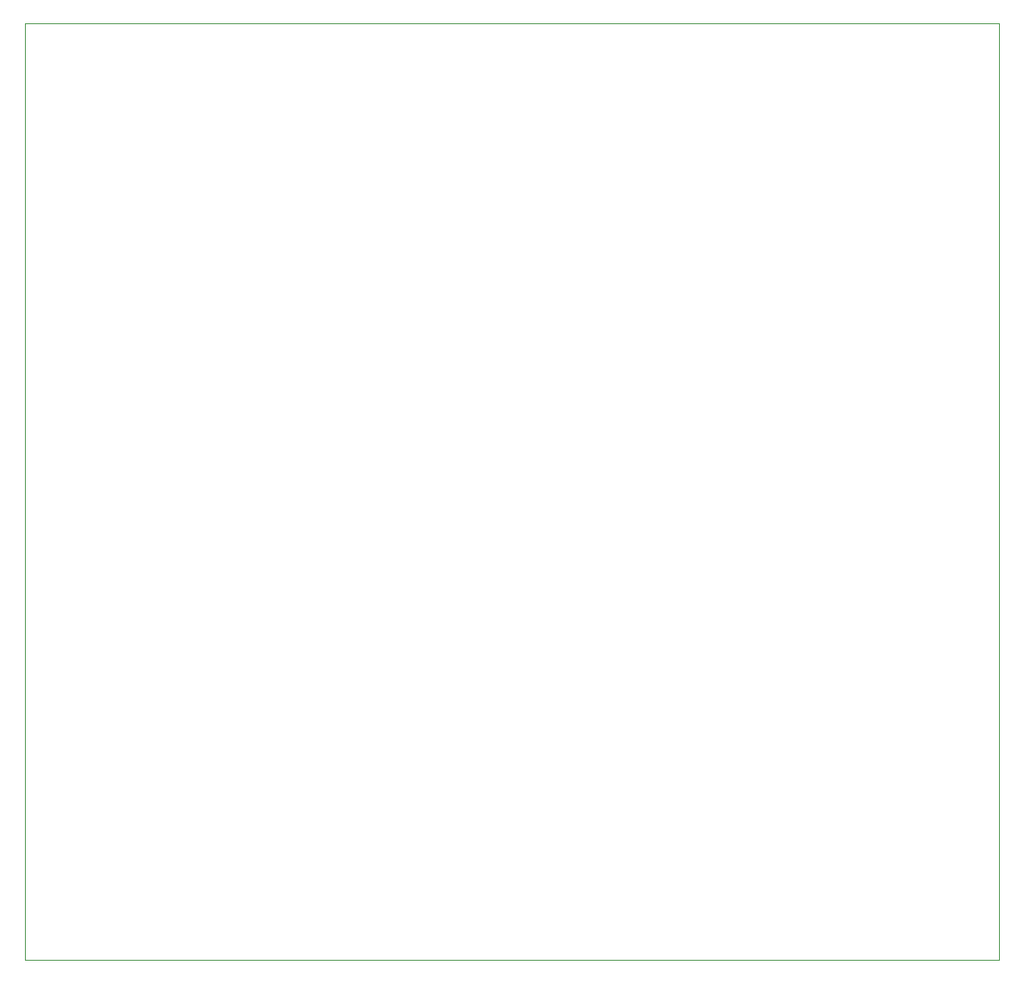
<source format=gbr>
%TF.GenerationSoftware,KiCad,Pcbnew,(6.0.1)*%
%TF.CreationDate,2022-03-29T16:03:17-05:00*%
%TF.ProjectId,microcontroller_board,6d696372-6f63-46f6-9e74-726f6c6c6572,rev?*%
%TF.SameCoordinates,Original*%
%TF.FileFunction,Profile,NP*%
%FSLAX46Y46*%
G04 Gerber Fmt 4.6, Leading zero omitted, Abs format (unit mm)*
G04 Created by KiCad (PCBNEW (6.0.1)) date 2022-03-29 16:03:17*
%MOMM*%
%LPD*%
G01*
G04 APERTURE LIST*
%TA.AperFunction,Profile*%
%ADD10C,0.100000*%
%TD*%
G04 APERTURE END LIST*
D10*
X92710000Y-35560000D02*
X191770000Y-35560000D01*
X191770000Y-35560000D02*
X191770000Y-130810000D01*
X191770000Y-130810000D02*
X92710000Y-130810000D01*
X92710000Y-130810000D02*
X92710000Y-35560000D01*
M02*

</source>
